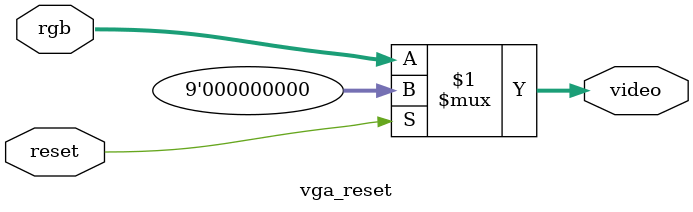
<source format=v>
`timescale 1ns / 1ps


module vga_reset(
    output  [8:0] video,
    input   [8:0] rgb,

(* X_INTERFACE_PARAMETER = "POLARITY ACTIVE_HIGH" *)    
    input         reset
    );
    
    assign video = reset ? 9'h00 : rgb;

endmodule

</source>
